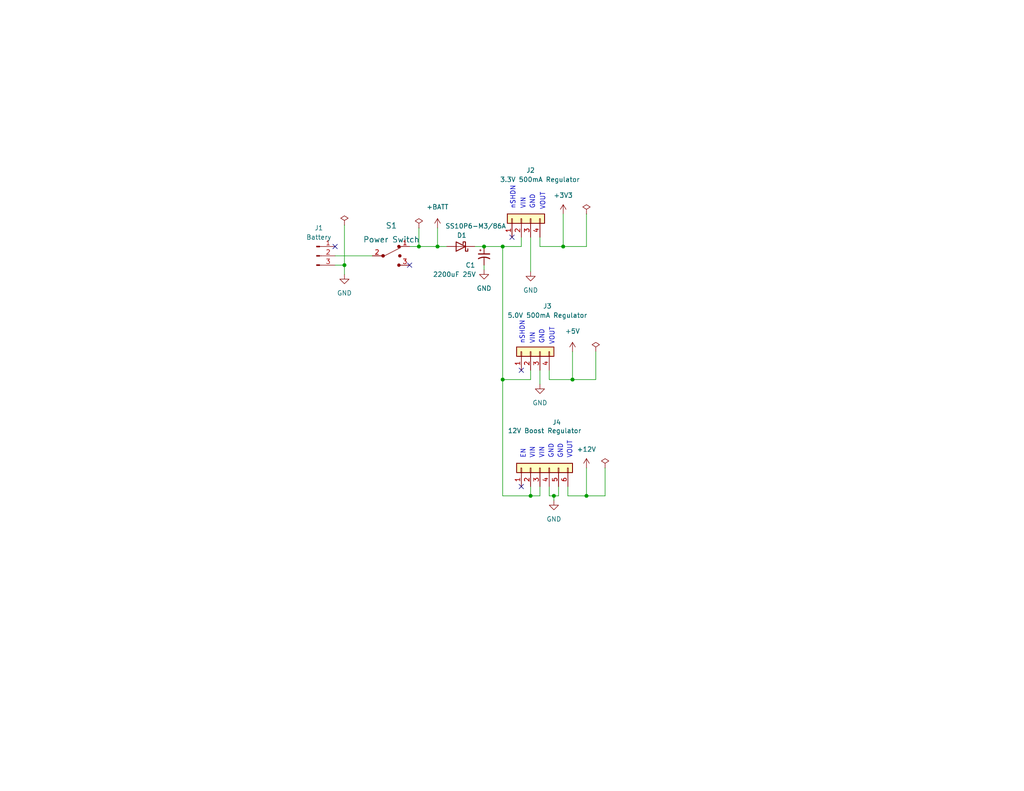
<source format=kicad_sch>
(kicad_sch (version 20211123) (generator eeschema)
  (paper "A")
  (lib_symbols
    (symbol "Connector:Conn_01x03_Male" (pin_names (offset 1.016) hide)
      (property "Reference" "J" (at 0 5.08 0))
      (property "Value" "Conn_01x03_Male" (at 0 -5.08 0))
      (symbol "Conn_01x03_Male_1_1"
        (polyline (pts (xy 1.27 -2.54) (xy 0.8636 -2.54)) (stroke (width 0.1524)))
        (polyline (pts (xy 1.27 0) (xy 0.8636 0)) (stroke (width 0.1524)))
        (polyline (pts (xy 1.27 2.54) (xy 0.8636 2.54)) (stroke (width 0.1524)))
        (rectangle (start 0.8636 -2.413) (end 0 -2.667) (stroke (width 0.1524)) (fill (type outline)))
        (rectangle (start 0.8636 0.127) (end 0 -0.127) (stroke (width 0.1524)) (fill (type outline)))
        (rectangle (start 0.8636 2.667) (end 0 2.413) (stroke (width 0.1524)) (fill (type outline)))
        (pin passive line (at 5.08 2.54 180) (length 3.81) (name "Pin_1") (number "1"))
        (pin passive line (at 5.08 0 180) (length 3.81) (name "Pin_2") (number "2"))
        (pin passive line (at 5.08 -2.54 180) (length 3.81) (name "Pin_3") (number "3"))
      )
    )
    (symbol "Connector_Generic:Conn_01x04" (pin_names (offset 1.016) hide)
      (property "Reference" "J" (at 0 5.08 0))
      (property "Value" "Conn_01x04" (at 0 -7.62 0))
      (symbol "Conn_01x04_1_1"
        (rectangle (start -1.27 -4.953) (end 0 -5.207) (stroke (width 0.1524)))
        (rectangle (start -1.27 -2.413) (end 0 -2.667) (stroke (width 0.1524)))
        (rectangle (start -1.27 0.127) (end 0 -0.127) (stroke (width 0.1524)))
        (rectangle (start -1.27 2.667) (end 0 2.413) (stroke (width 0.1524)))
        (rectangle (start -1.27 3.81) (end 1.27 -6.35) (stroke (width 0.254)) (fill (type background)))
        (pin passive line (at -5.08 2.54 0) (length 3.81) (name "Pin_1") (number "1"))
        (pin passive line (at -5.08 0 0) (length 3.81) (name "Pin_2") (number "2"))
        (pin passive line (at -5.08 -2.54 0) (length 3.81) (name "Pin_3") (number "3"))
        (pin passive line (at -5.08 -5.08 0) (length 3.81) (name "Pin_4") (number "4"))
      )
    )
    (symbol "Connector_Generic:Conn_01x06" (pin_names (offset 1.016) hide)
      (property "Reference" "J" (at 0 7.62 0))
      (property "Value" "Conn_01x06" (at 0 -10.16 0))
      (symbol "Conn_01x06_1_1"
        (rectangle (start -1.27 -7.493) (end 0 -7.747) (stroke (width 0.1524)))
        (rectangle (start -1.27 -4.953) (end 0 -5.207) (stroke (width 0.1524)))
        (rectangle (start -1.27 -2.413) (end 0 -2.667) (stroke (width 0.1524)))
        (rectangle (start -1.27 0.127) (end 0 -0.127) (stroke (width 0.1524)))
        (rectangle (start -1.27 2.667) (end 0 2.413) (stroke (width 0.1524)))
        (rectangle (start -1.27 5.207) (end 0 4.953) (stroke (width 0.1524)))
        (rectangle (start -1.27 6.35) (end 1.27 -8.89) (stroke (width 0.254)) (fill (type background)))
        (pin passive line (at -5.08 5.08 0) (length 3.81) (name "Pin_1") (number "1"))
        (pin passive line (at -5.08 2.54 0) (length 3.81) (name "Pin_2") (number "2"))
        (pin passive line (at -5.08 0 0) (length 3.81) (name "Pin_3") (number "3"))
        (pin passive line (at -5.08 -2.54 0) (length 3.81) (name "Pin_4") (number "4"))
        (pin passive line (at -5.08 -5.08 0) (length 3.81) (name "Pin_5") (number "5"))
        (pin passive line (at -5.08 -7.62 0) (length 3.81) (name "Pin_6") (number "6"))
      )
    )
    (symbol "Device:C_Polarized_Small_US" (pin_numbers hide) (pin_names (offset 0.254) hide)
      (property "Reference" "C" (at 0.254 1.778 0))
      (property "Value" "C_Polarized_Small_US" (at 0.254 -2.032 0))
      (symbol "C_Polarized_Small_US_0_1"
        (polyline (pts (xy -1.524 0.508) (xy 1.524 0.508)) (stroke (width 0.3048)))
        (polyline (pts (xy -1.27 1.524) (xy -0.762 1.524)))
        (polyline (pts (xy -1.016 1.27) (xy -1.016 1.778)))
        (arc (start 1.524 -0.762) (mid 0 -0.3734) (end -1.524 -0.762) (stroke (width 0.3048)))
      )
      (symbol "C_Polarized_Small_US_1_1"
        (pin passive line (at 0 2.54 270) (length 2.032) (name "~") (number "1"))
        (pin passive line (at 0 -2.54 90) (length 2.032) (name "~") (number "2"))
      )
    )
    (symbol "Device:D_Schottky" (pin_numbers hide) (pin_names (offset 1.016) hide)
      (property "Reference" "D" (at 0 2.54 0))
      (property "Value" "D_Schottky" (at 0 -2.54 0))
      (symbol "D_Schottky_0_1"
        (polyline (pts (xy 1.27 0) (xy -1.27 0)))
        (polyline (pts (xy 1.27 1.27) (xy 1.27 -1.27) (xy -1.27 0) (xy 1.27 1.27)) (stroke (width 0.254)))
        (polyline (pts (xy -1.905 0.635) (xy -1.905 1.27) (xy -1.27 1.27) (xy -1.27 -1.27) (xy -0.635 -1.27) (xy -0.635 -0.635)) (stroke (width 0.254)))
      )
      (symbol "D_Schottky_1_1"
        (pin passive line (at -3.81 0 0) (length 2.54) (name "K") (number "1"))
        (pin passive line (at 3.81 0 180) (length 2.54) (name "A") (number "2"))
      )
    )
    (symbol "dk_Toggle-Switches:100SP1T1B4M2QE" (pin_names (offset 0) hide)
      (property "Reference" "S" (at -3.81 2.54 0))
      (property "Value" "100SP1T1B4M2QE" (at 0 -5.715 0))
      (symbol "100SP1T1B4M2QE_0_1"
        (circle (center -2.159 0) (radius 0.4064) (fill (type outline)))
        (polyline (pts (xy 2.667 2.286) (xy -1.778 0)))
        (circle (center 2.159 -2.54) (radius 0.381) (fill (type outline)))
        (circle (center 2.159 2.54) (radius 0.381) (fill (type outline)))
        (circle (center 2.413 0) (radius 0.381) (fill (type outline)))
      )
      (symbol "100SP1T1B4M2QE_1_1"
        (pin passive line (at 5.08 2.54 180) (length 2.54) (name "~") (number "1"))
        (pin passive line (at -5.08 0 0) (length 2.54) (name "Com") (number "2"))
        (pin passive line (at 5.08 -2.54 180) (length 2.54) (name "~") (number "3"))
      )
    )
    (symbol "power:+12V" (power) (pin_names (offset 0))
      (property "Value" "+12V" (at 0 3.556 0))
      (symbol "+12V_0_1"
        (polyline (pts (xy -0.762 1.27) (xy 0 2.54)))
        (polyline (pts (xy 0 0) (xy 0 2.54)))
        (polyline (pts (xy 0 2.54) (xy 0.762 1.27)))
      )
      (symbol "+12V_1_1"
        (pin power_in line (at 0 0 90) (length 0) hide (name "+12V") (number "1"))
      )
    )
    (symbol "power:+3.3V" (power) (pin_names (offset 0))
      (property "Value" "+3.3V" (at 0 3.556 0))
      (symbol "+3.3V_0_1"
        (polyline (pts (xy -0.762 1.27) (xy 0 2.54)))
        (polyline (pts (xy 0 0) (xy 0 2.54)))
        (polyline (pts (xy 0 2.54) (xy 0.762 1.27)))
      )
      (symbol "+3.3V_1_1"
        (pin power_in line (at 0 0 90) (length 0) hide (name "+3V3") (number "1"))
      )
    )
    (symbol "power:+5V" (power) (pin_names (offset 0))
      (property "Value" "+5V" (at 0 3.556 0))
      (symbol "+5V_0_1"
        (polyline (pts (xy -0.762 1.27) (xy 0 2.54)))
        (polyline (pts (xy 0 0) (xy 0 2.54)))
        (polyline (pts (xy 0 2.54) (xy 0.762 1.27)))
      )
      (symbol "+5V_1_1"
        (pin power_in line (at 0 0 90) (length 0) hide (name "+5V") (number "1"))
      )
    )
    (symbol "power:+BATT" (power) (pin_names (offset 0))
      (property "Value" "+BATT" (at 0 3.556 0))
      (symbol "+BATT_0_1"
        (polyline (pts (xy -0.762 1.27) (xy 0 2.54)))
        (polyline (pts (xy 0 0) (xy 0 2.54)))
        (polyline (pts (xy 0 2.54) (xy 0.762 1.27)))
      )
      (symbol "+BATT_1_1"
        (pin power_in line (at 0 0 90) (length 0) hide (name "+BATT") (number "1"))
      )
    )
    (symbol "power:GND" (power) (pin_names (offset 0))
      (property "Value" "GND" (at 0 -3.81 0))
      (symbol "GND_0_1"
        (polyline (pts (xy 0 0) (xy 0 -1.27) (xy 1.27 -1.27) (xy 0 -2.54) (xy -1.27 -1.27) (xy 0 -1.27)))
      )
      (symbol "GND_1_1"
        (pin power_in line (at 0 0 270) (length 0) hide (name "GND") (number "1"))
      )
    )
    (symbol "power:PWR_FLAG" (power) (pin_numbers hide) (pin_names (offset 0) hide)
      (property "Value" "PWR_FLAG" (at 0 3.81 0))
      (symbol "PWR_FLAG_0_0"
        (pin power_out line (at 0 0 90) (length 0) (name "pwr") (number "1"))
      )
      (symbol "PWR_FLAG_0_1"
        (polyline (pts (xy 0 0) (xy 0 1.27) (xy -1.016 1.905) (xy 0 2.54) (xy 1.016 1.905) (xy 0 1.27)))
      )
    )
  )
  (junction (at 119.38 67.31))
  (junction (at 132.08 67.31))
  (junction (at 137.16 67.31))
  (junction (at 151.13 135.382))
  (junction (at 93.98 72.39))
  (junction (at 160.02 135.382))
  (junction (at 137.16 103.632))
  (junction (at 144.78 135.382))
  (junction (at 153.67 67.31))
  (junction (at 156.21 103.632))
  (junction (at 114.3 67.31))
  (no_connect (at 142.24 132.842))
  (no_connect (at 139.7 64.77))
  (no_connect (at 111.76 72.39))
  (no_connect (at 91.44 67.31))
  (no_connect (at 142.24 101.092))
  (wire (pts (xy 114.3 62.23) (xy 114.3 67.31)))
  (wire (pts (xy 156.21 103.632) (xy 149.86 103.632)))
  (wire (pts (xy 144.78 135.382) (xy 137.16 135.382)))
  (wire (pts (xy 142.24 64.77) (xy 142.24 67.31)))
  (wire (pts (xy 114.3 67.31) (xy 119.38 67.31)))
  (wire (pts (xy 156.21 103.632) (xy 162.56 103.632)))
  (wire (pts (xy 149.86 132.842) (xy 149.86 135.382)))
  (wire (pts (xy 132.08 67.31) (xy 132.08 67.056)))
  (wire (pts (xy 149.86 135.382) (xy 151.13 135.382)))
  (wire (pts (xy 154.94 135.382) (xy 160.02 135.382)))
  (wire (pts (xy 144.78 101.092) (xy 144.78 103.632)))
  (wire (pts (xy 165.1 127.762) (xy 165.1 135.382)))
  (wire (pts (xy 111.76 67.31) (xy 114.3 67.31)))
  (wire (pts (xy 91.44 69.85) (xy 101.6 69.85)))
  (wire (pts (xy 142.24 67.31) (xy 137.16 67.31)))
  (wire (pts (xy 93.98 61.468) (xy 93.98 72.39)))
  (wire (pts (xy 144.78 64.77) (xy 144.78 74.168)))
  (wire (pts (xy 93.98 72.39) (xy 93.98 74.93)))
  (wire (pts (xy 151.13 135.382) (xy 152.4 135.382)))
  (wire (pts (xy 137.16 67.056) (xy 137.16 67.31)))
  (wire (pts (xy 137.16 103.632) (xy 137.16 135.382)))
  (wire (pts (xy 132.08 72.39) (xy 132.08 73.66)))
  (wire (pts (xy 153.67 58.42) (xy 153.67 67.31)))
  (wire (pts (xy 160.02 67.31) (xy 153.67 67.31)))
  (wire (pts (xy 91.44 72.39) (xy 93.98 72.39)))
  (wire (pts (xy 160.02 135.382) (xy 165.1 135.382)))
  (wire (pts (xy 151.13 135.382) (xy 151.13 136.652)))
  (wire (pts (xy 152.4 135.382) (xy 152.4 132.842)))
  (wire (pts (xy 137.16 67.31) (xy 137.16 103.632)))
  (wire (pts (xy 156.21 96.012) (xy 156.21 103.632)))
  (wire (pts (xy 149.86 103.632) (xy 149.86 101.092)))
  (wire (pts (xy 119.38 62.23) (xy 119.38 67.31)))
  (wire (pts (xy 162.56 96.012) (xy 162.56 103.632)))
  (wire (pts (xy 160.02 127.762) (xy 160.02 135.382)))
  (wire (pts (xy 147.32 101.092) (xy 147.32 104.902)))
  (wire (pts (xy 147.32 132.842) (xy 147.32 135.382)))
  (wire (pts (xy 119.38 67.31) (xy 121.92 67.31)))
  (wire (pts (xy 129.54 67.31) (xy 132.08 67.31)))
  (wire (pts (xy 154.94 132.842) (xy 154.94 135.382)))
  (wire (pts (xy 137.16 103.632) (xy 144.78 103.632)))
  (wire (pts (xy 147.32 67.31) (xy 153.67 67.31)))
  (wire (pts (xy 132.08 67.31) (xy 137.16 67.31)))
  (wire (pts (xy 160.02 58.42) (xy 160.02 67.31)))
  (wire (pts (xy 147.32 135.382) (xy 144.78 135.382)))
  (wire (pts (xy 147.32 64.77) (xy 147.32 67.31)))
  (wire (pts (xy 144.78 132.842) (xy 144.78 135.382)))
  (text "VIN" (at 146.05 125.222 90) (effects (font (size 1.27 1.27)) (justify left bottom)))
  (text "GND" (at 148.59 93.98 90) (effects (font (size 1.27 1.27)) (justify left bottom)))
  (text "VIN" (at 143.51 57.15 90) (effects (font (size 1.27 1.27)) (justify left bottom)))
  (text "GND" (at 153.67 125.222 90) (effects (font (size 1.27 1.27)) (justify left bottom)))
  (text "GND" (at 151.13 125.222 90) (effects (font (size 1.27 1.27)) (justify left bottom)))
  (text "VIN" (at 146.05 93.98 90) (effects (font (size 1.27 1.27)) (justify left bottom)))
  (text "EN" (at 143.51 125.222 90) (effects (font (size 1.27 1.27)) (justify left bottom)))
  (text "VOUT" (at 156.21 125.222 90) (effects (font (size 1.27 1.27)) (justify left bottom)))
  (text "GND" (at 146.05 57.15 90) (effects (font (size 1.27 1.27)) (justify left bottom)))
  (text "VOUT" (at 148.844 57.404 90) (effects (font (size 1.27 1.27)) (justify left bottom)))
  (text "nSHDN" (at 143.256 93.98 90) (effects (font (size 1.27 1.27)) (justify left bottom)))
  (text "nSHDN" (at 140.716 57.15 90) (effects (font (size 1.27 1.27)) (justify left bottom)))
  (text "VIN" (at 148.59 125.222 90) (effects (font (size 1.27 1.27)) (justify left bottom)))
  (text "VOUT" (at 151.384 94.234 90) (effects (font (size 1.27 1.27)) (justify left bottom)))
  (symbol (lib_id "power:+3.3V") (at 153.67 58.42 0) (unit 1)
    (property "Reference" "#PWR011" (effects hide))
    (property "Value" "+3.3V" (at 153.67 53.34 0))
  )
  (symbol (lib_id "power:PWR_FLAG") (at 162.56 96.012 0) (unit 1)
    (property "Reference" "#FLG04" (effects hide))
    (property "Value" "PWR_FLAG" (effects hide))
  )
  (symbol (lib_id "power:PWR_FLAG") (at 160.02 58.42 0) (unit 1)
    (property "Reference" "#FLG03" (effects hide))
    (property "Value" "PWR_FLAG" (effects hide))
  )
  (symbol (lib_id "power:+BATT") (at 119.38 62.23 0) (unit 1)
    (property "Reference" "#PWR06" (effects hide))
    (property "Value" "+BATT" (at 119.38 56.515 0))
  )
  (symbol (lib_id "power:+5V") (at 156.21 96.012 0) (unit 1)
    (property "Reference" "#PWR012" (effects hide))
    (property "Value" "+5V" (at 156.21 90.424 0))
  )
  (symbol (lib_id "Device:C_Polarized_Small_US") (at 132.08 69.85 0) (unit 1)
    (property "Reference" "C1" (at 127 72.39 0) (effects (justify left)))
    (property "Value" "2200uF 25V" (at 118.11 74.93 0) (effects (justify left)))
    (property "Footprint" "Capacitor_THT:CP_Radial_D13.0mm_P5.00mm" (effects hide))
  )
  (symbol (lib_id "power:GND") (at 132.08 73.66 0) (unit 1)
    (property "Reference" "#PWR07" (effects hide))
    (property "Value" "GND" (at 132.08 78.74 0))
  )
  (symbol (lib_id "Connector_Generic:Conn_01x04") (at 144.78 96.012 90) (unit 1)
    (property "Reference" "J3" (at 149.352 83.566 90))
    (property "Value" "5.0V 500mA Regulator" (at 149.352 86.106 90))
    (property "Footprint" "Connector_PinSocket_2.54mm:PinSocket_1x04_P2.54mm_Vertical" (effects hide))
  )
  (symbol (lib_id "Connector:Conn_01x03_Male") (at 86.36 69.85 0) (unit 1)
    (property "Reference" "J1" (at 86.995 62.23 0))
    (property "Value" "Battery" (at 86.995 64.77 0))
    (property "Footprint" "Connector_PinHeader_2.54mm:PinHeader_1x03_P2.54mm_Horizontal" (effects hide))
  )
  (symbol (lib_id "power:GND") (at 144.78 74.168 0) (unit 1)
    (property "Reference" "#PWR08" (effects hide))
    (property "Value" "GND" (at 144.78 79.248 0))
  )
  (symbol (lib_id "power:PWR_FLAG") (at 93.98 61.468 0) (unit 1)
    (property "Reference" "#FLG01" (effects hide))
    (property "Value" "PWR_FLAG" (effects hide))
  )
  (symbol (lib_id "power:PWR_FLAG") (at 165.1 127.762 0) (unit 1)
    (property "Reference" "#FLG05" (effects hide))
    (property "Value" "PWR_FLAG" (effects hide))
  )
  (symbol (lib_id "power:+12V") (at 160.02 127.762 0) (unit 1)
    (property "Reference" "#PWR013" (effects hide))
    (property "Value" "+12V" (at 160.02 122.682 0))
  )
  (symbol (lib_id "power:GND") (at 147.32 104.902 0) (unit 1)
    (property "Reference" "#PWR09" (effects hide))
    (property "Value" "GND" (at 147.32 109.982 0))
  )
  (symbol (lib_id "power:PWR_FLAG") (at 114.3 62.23 0) (unit 1)
    (property "Reference" "#FLG02" (effects hide))
    (property "Value" "PWR_FLAG" (effects hide))
  )
  (symbol (lib_id "dk_Toggle-Switches:100SP1T1B4M2QE") (at 106.68 69.85 0) (unit 1)
    (property "Reference" "S1" (at 106.7943 61.595 0) (effects (font (size 1.524 1.524))))
    (property "Value" "Power Switch" (at 106.7943 65.405 0) (effects (font (size 1.524 1.524))))
    (property "Footprint" "digikey-footprints:Toggle_Switch_100SP1T1B4M2QE" (effects hide))
    (property "Datasheet" "http://spec_sheets.e-switch.com/specs/T111597.pdf" (effects hide))
    (property "Digi-Key_PN" "EG2355-ND" (effects hide))
    (property "MPN" "100SP1T1B4M2QE" (effects hide))
    (property "Category" "Switches" (effects hide))
    (property "Family" "Toggle Switches" (effects hide))
    (property "DK_Datasheet_Link" "http://spec_sheets.e-switch.com/specs/T111597.pdf" (effects hide))
    (property "DK_Detail_Page" "/product-detail/en/e-switch/100SP1T1B4M2QE/EG2355-ND/378824" (effects hide))
    (property "Description" "SWITCH TOGGLE SPDT 5A 120V" (effects hide))
    (property "Manufacturer" "E-Switch" (effects hide))
    (property "Status" "Active" (effects hide))
  )
  (symbol (lib_id "power:GND") (at 151.13 136.652 0) (unit 1)
    (property "Reference" "#PWR010" (effects hide))
    (property "Value" "GND" (at 151.13 141.732 0))
  )
  (symbol (lib_id "Connector_Generic:Conn_01x06") (at 147.32 127.762 90) (unit 1)
    (property "Reference" "J4" (at 151.892 115.316 90))
    (property "Value" "12V Boost Regulator" (at 148.59 117.602 90))
    (property "Footprint" "Connector_PinSocket_2.54mm:PinSocket_1x06_P2.54mm_Vertical" (effects hide))
  )
  (symbol (lib_id "Device:D_Schottky") (at 125.73 67.31 180) (unit 1)
    (property "Reference" "D1" (at 125.984 64.262 0))
    (property "Value" "SS10P6-M3/86A" (at 129.794 61.722 0))
    (property "Footprint" "Package_TO_SOT_SMD:TO-277A" (effects hide))
  )
  (symbol (lib_id "Connector_Generic:Conn_01x04") (at 142.24 59.69 90) (unit 1)
    (property "Reference" "J2" (at 144.78 46.482 90))
    (property "Value" "3.3V 500mA Regulator" (at 147.32 49.022 90))
    (property "Footprint" "Connector_PinSocket_2.54mm:PinSocket_1x04_P2.54mm_Vertical" (effects hide))
  )
  (symbol (lib_id "power:GND") (at 93.98 74.93 0) (unit 1)
    (property "Reference" "#PWR05" (effects hide))
    (property "Value" "GND" (at 93.98 80.01 0))
  )
)
</source>
